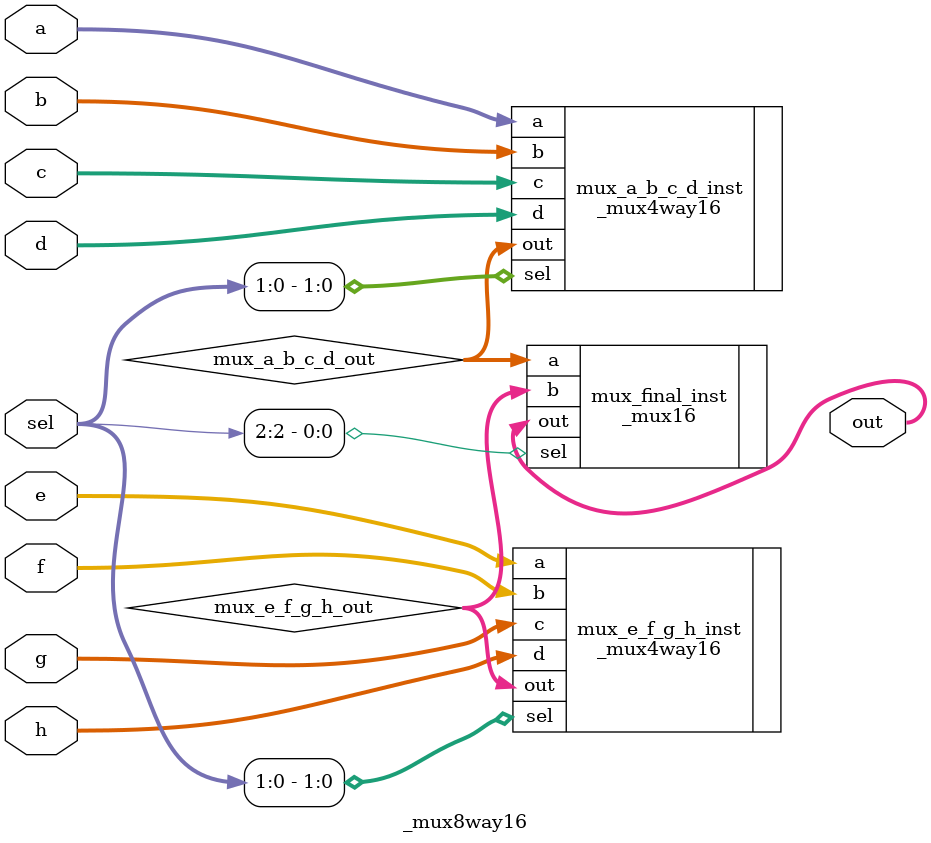
<source format=v>
module _mux8way16(
    input [15:0] a,
    input [15:0] b,
    input [15:0] c,
    input [15:0] d,
    input [15:0] e,
    input [15:0] f,
    input [15:0] g,
    input [15:0] h,
    input [2:0] sel,
    output [15:0] out
);
wire [15:0] mux_a_b_c_d_out;
_mux4way16 mux_a_b_c_d_inst(.a(a), .b(b), .c(c), .d(d), .sel(sel[1:0]), .out(mux_a_b_c_d_out));
wire [15:0] mux_e_f_g_h_out;
_mux4way16 mux_e_f_g_h_inst(.a(e), .b(f), .c(g), .d(h), .sel(sel[1:0]), .out(mux_e_f_g_h_out));
_mux16 mux_final_inst(.a(mux_a_b_c_d_out), .b(mux_e_f_g_h_out), .sel(sel[2]), .out(out));

endmodule

</source>
